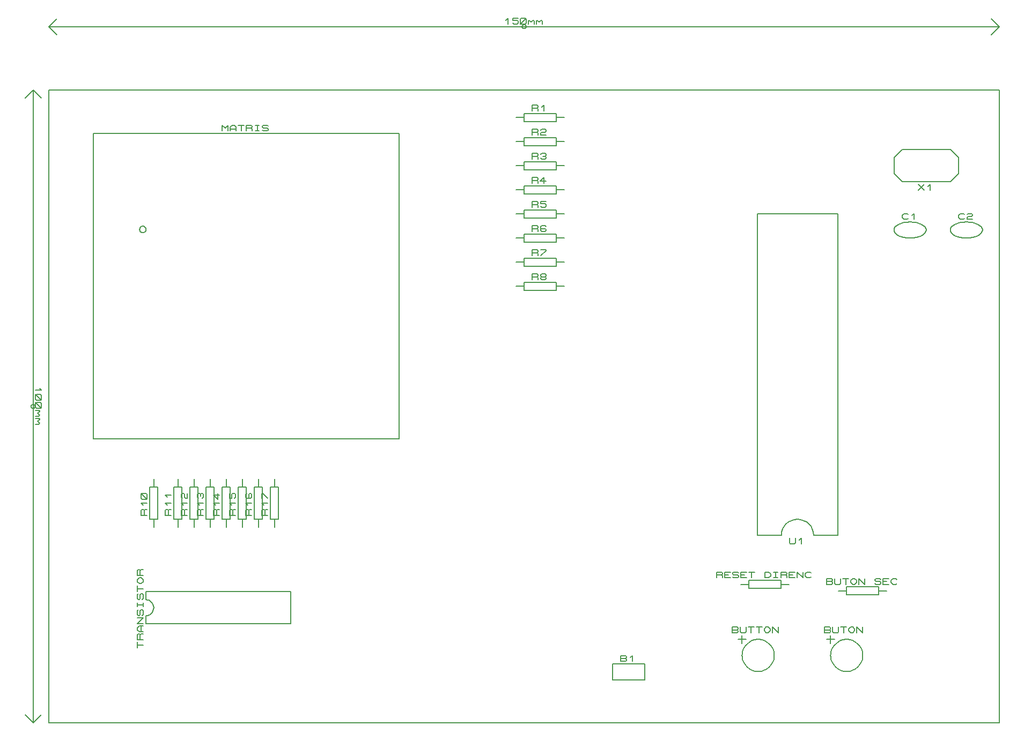
<source format=gbr>
G04 PROTEUS GERBER X2 FILE*
%TF.GenerationSoftware,Labcenter,Proteus,8.5-SP0-Build22067*%
%TF.CreationDate,2018-12-10T22:23:18+00:00*%
%TF.FileFunction,Legend,Top*%
%TF.FilePolarity,Positive*%
%TF.Part,Single*%
%FSLAX45Y45*%
%MOMM*%
G01*
%TA.AperFunction,NonMaterial*%
%ADD70C,0.203200*%
%TA.AperFunction,Profile*%
%ADD17C,0.203200*%
%TA.AperFunction,Material*%
%ADD71C,0.203200*%
D70*
X-8000000Y+4500000D02*
X-8000000Y-5500000D01*
X-8000000Y+4500000D02*
X-8127000Y+4373000D01*
X-8000000Y+4500000D02*
X-7873000Y+4373000D01*
X-8000000Y-5500000D02*
X-7873000Y-5373000D01*
X-8000000Y-5500000D02*
X-8127000Y-5373000D01*
X-7968250Y-500000D02*
X-7968359Y-497366D01*
X-7969249Y-492097D01*
X-7971111Y-486828D01*
X-7974154Y-481559D01*
X-7978809Y-476357D01*
X-7984078Y-472531D01*
X-7989347Y-470091D01*
X-7994616Y-468710D01*
X-7999885Y-468250D01*
X-8000000Y-468250D01*
X-8031750Y-500000D02*
X-8031641Y-497366D01*
X-8030751Y-492097D01*
X-8028889Y-486828D01*
X-8025846Y-481559D01*
X-8021191Y-476357D01*
X-8015922Y-472531D01*
X-8010653Y-470091D01*
X-8005384Y-468710D01*
X-8000115Y-468250D01*
X-8000000Y-468250D01*
X-8031750Y-500000D02*
X-8031641Y-502634D01*
X-8030751Y-507903D01*
X-8028889Y-513172D01*
X-8025846Y-518441D01*
X-8021191Y-523643D01*
X-8015922Y-527469D01*
X-8010653Y-529909D01*
X-8005384Y-531290D01*
X-8000115Y-531750D01*
X-8000000Y-531750D01*
X-7968250Y-500000D02*
X-7968359Y-502634D01*
X-7969249Y-507903D01*
X-7971111Y-513172D01*
X-7974154Y-518441D01*
X-7978809Y-523643D01*
X-7984078Y-527469D01*
X-7989347Y-529909D01*
X-7994616Y-531290D01*
X-7999885Y-531750D01*
X-8000000Y-531750D01*
X-7898400Y-214250D02*
X-7867920Y-246000D01*
X-7959360Y-246000D01*
X-7944120Y-309500D02*
X-7883160Y-309500D01*
X-7867920Y-325375D01*
X-7867920Y-388875D01*
X-7883160Y-404750D01*
X-7944120Y-404750D01*
X-7959360Y-388875D01*
X-7959360Y-325375D01*
X-7944120Y-309500D01*
X-7959360Y-309500D02*
X-7867920Y-404750D01*
X-7944120Y-436500D02*
X-7883160Y-436500D01*
X-7867920Y-452375D01*
X-7867920Y-515875D01*
X-7883160Y-531750D01*
X-7944120Y-531750D01*
X-7959360Y-515875D01*
X-7959360Y-452375D01*
X-7944120Y-436500D01*
X-7959360Y-436500D02*
X-7867920Y-531750D01*
X-7959360Y-563500D02*
X-7898400Y-563500D01*
X-7913640Y-563500D02*
X-7898400Y-579375D01*
X-7928880Y-611125D01*
X-7898400Y-642875D01*
X-7913640Y-658750D01*
X-7959360Y-658750D01*
X-7959360Y-690500D02*
X-7898400Y-690500D01*
X-7913640Y-690500D02*
X-7898400Y-706375D01*
X-7928880Y-738125D01*
X-7898400Y-769875D01*
X-7913640Y-785750D01*
X-7959360Y-785750D01*
X-7750000Y+5500000D02*
X+7250000Y+5500000D01*
X-7750000Y+5500000D02*
X-7623000Y+5373000D01*
X-7750000Y+5500000D02*
X-7623000Y+5627000D01*
X+7250000Y+5500000D02*
X+7123000Y+5627000D01*
X+7250000Y+5500000D02*
X+7123000Y+5373000D01*
X-218250Y+5500000D02*
X-218359Y+5502634D01*
X-219249Y+5507903D01*
X-221111Y+5513172D01*
X-224154Y+5518441D01*
X-228809Y+5523643D01*
X-234078Y+5527469D01*
X-239347Y+5529909D01*
X-244616Y+5531290D01*
X-249885Y+5531750D01*
X-250000Y+5531750D01*
X-281750Y+5500000D02*
X-281641Y+5502634D01*
X-280751Y+5507903D01*
X-278889Y+5513172D01*
X-275846Y+5518441D01*
X-271191Y+5523643D01*
X-265922Y+5527469D01*
X-260653Y+5529909D01*
X-255384Y+5531290D01*
X-250115Y+5531750D01*
X-250000Y+5531750D01*
X-281750Y+5500000D02*
X-281641Y+5497366D01*
X-280751Y+5492097D01*
X-278889Y+5486828D01*
X-275846Y+5481559D01*
X-271191Y+5476357D01*
X-265922Y+5472531D01*
X-260653Y+5470091D01*
X-255384Y+5468710D01*
X-250115Y+5468250D01*
X-250000Y+5468250D01*
X-218250Y+5500000D02*
X-218359Y+5497366D01*
X-219249Y+5492097D01*
X-221111Y+5486828D01*
X-224154Y+5481559D01*
X-228809Y+5476357D01*
X-234078Y+5472531D01*
X-239347Y+5470091D01*
X-244616Y+5468710D01*
X-249885Y+5468250D01*
X-250000Y+5468250D01*
X-535750Y+5601600D02*
X-504000Y+5632080D01*
X-504000Y+5540640D01*
X-345250Y+5632080D02*
X-424625Y+5632080D01*
X-424625Y+5601600D01*
X-361125Y+5601600D01*
X-345250Y+5586360D01*
X-345250Y+5555880D01*
X-361125Y+5540640D01*
X-408750Y+5540640D01*
X-424625Y+5555880D01*
X-313500Y+5555880D02*
X-313500Y+5616840D01*
X-297625Y+5632080D01*
X-234125Y+5632080D01*
X-218250Y+5616840D01*
X-218250Y+5555880D01*
X-234125Y+5540640D01*
X-297625Y+5540640D01*
X-313500Y+5555880D01*
X-313500Y+5540640D02*
X-218250Y+5632080D01*
X-186500Y+5540640D02*
X-186500Y+5601600D01*
X-186500Y+5586360D02*
X-170625Y+5601600D01*
X-138875Y+5571120D01*
X-107125Y+5601600D01*
X-91250Y+5586360D01*
X-91250Y+5540640D01*
X-59500Y+5540640D02*
X-59500Y+5601600D01*
X-59500Y+5586360D02*
X-43625Y+5601600D01*
X-11875Y+5571120D01*
X+19875Y+5601600D01*
X+35750Y+5586360D01*
X+35750Y+5540640D01*
D17*
X-7750000Y-5500000D02*
X+7250000Y-5500000D01*
X+7250000Y+4500000D01*
X-7750000Y+4500000D01*
X-7750000Y-5500000D01*
D71*
X-7048500Y-1016000D02*
X-2222500Y-1016000D01*
X-2222500Y+3810000D01*
X-7048500Y+3810000D01*
X-7048500Y-1016000D01*
X-6216010Y+2296000D02*
X-6216185Y+2300220D01*
X-6217607Y+2308661D01*
X-6220581Y+2317102D01*
X-6225441Y+2325543D01*
X-6232873Y+2333886D01*
X-6241314Y+2340048D01*
X-6249755Y+2343985D01*
X-6258196Y+2346224D01*
X-6266637Y+2346989D01*
X-6267000Y+2346990D01*
X-6317990Y+2296000D02*
X-6317815Y+2300220D01*
X-6316393Y+2308661D01*
X-6313419Y+2317102D01*
X-6308559Y+2325543D01*
X-6301127Y+2333886D01*
X-6292686Y+2340048D01*
X-6284245Y+2343985D01*
X-6275804Y+2346224D01*
X-6267363Y+2346989D01*
X-6267000Y+2346990D01*
X-6317990Y+2296000D02*
X-6317815Y+2291780D01*
X-6316393Y+2283339D01*
X-6313419Y+2274898D01*
X-6308559Y+2266457D01*
X-6301127Y+2258114D01*
X-6292686Y+2251952D01*
X-6284245Y+2248015D01*
X-6275804Y+2245776D01*
X-6267363Y+2245011D01*
X-6267000Y+2245010D01*
X-6216010Y+2296000D02*
X-6216185Y+2291780D01*
X-6217607Y+2283339D01*
X-6220581Y+2274898D01*
X-6225441Y+2266457D01*
X-6232873Y+2258114D01*
X-6241314Y+2251952D01*
X-6249755Y+2248015D01*
X-6258196Y+2245776D01*
X-6266637Y+2245011D01*
X-6267000Y+2245010D01*
X-5016500Y+3850640D02*
X-5016500Y+3942080D01*
X-4968875Y+3896360D01*
X-4921250Y+3942080D01*
X-4921250Y+3850640D01*
X-4889500Y+3850640D02*
X-4889500Y+3911600D01*
X-4857750Y+3942080D01*
X-4826000Y+3942080D01*
X-4794250Y+3911600D01*
X-4794250Y+3850640D01*
X-4889500Y+3881120D02*
X-4794250Y+3881120D01*
X-4762500Y+3942080D02*
X-4667250Y+3942080D01*
X-4714875Y+3942080D02*
X-4714875Y+3850640D01*
X-4635500Y+3850640D02*
X-4635500Y+3942080D01*
X-4556125Y+3942080D01*
X-4540250Y+3926840D01*
X-4540250Y+3911600D01*
X-4556125Y+3896360D01*
X-4635500Y+3896360D01*
X-4556125Y+3896360D02*
X-4540250Y+3881120D01*
X-4540250Y+3850640D01*
X-4492625Y+3942080D02*
X-4429125Y+3942080D01*
X-4460875Y+3942080D02*
X-4460875Y+3850640D01*
X-4492625Y+3850640D02*
X-4429125Y+3850640D01*
X-4381500Y+3865880D02*
X-4365625Y+3850640D01*
X-4302125Y+3850640D01*
X-4286250Y+3865880D01*
X-4286250Y+3881120D01*
X-4302125Y+3896360D01*
X-4365625Y+3896360D01*
X-4381500Y+3911600D01*
X-4381500Y+3926840D01*
X-4365625Y+3942080D01*
X-4302125Y+3942080D01*
X-4286250Y+3926840D01*
X+4064000Y-2286000D02*
X+4012248Y-2291080D01*
X+3964305Y-2305685D01*
X+3921125Y-2328862D01*
X+3883660Y-2359660D01*
X+3852862Y-2397125D01*
X+3829685Y-2440305D01*
X+3815080Y-2488248D01*
X+3810000Y-2540000D01*
X+4064000Y-2286000D02*
X+4116482Y-2291080D01*
X+4164766Y-2305685D01*
X+4207991Y-2328862D01*
X+4245292Y-2359660D01*
X+4275807Y-2397125D01*
X+4298672Y-2440305D01*
X+4313024Y-2488248D01*
X+4318000Y-2540000D01*
X+3810000Y-2540000D02*
X+3429000Y-2540000D01*
X+3429000Y+2540000D02*
X+4699000Y+2540000D01*
X+4699000Y-2540000D02*
X+4318000Y-2540000D01*
X+3429000Y-2540000D02*
X+3429000Y+2540000D01*
X+4699000Y-2540000D02*
X+4699000Y+2540000D01*
X+3937000Y-2580640D02*
X+3937000Y-2656840D01*
X+3952875Y-2672080D01*
X+4016375Y-2672080D01*
X+4032250Y-2656840D01*
X+4032250Y-2580640D01*
X+4095750Y-2611120D02*
X+4127500Y-2580640D01*
X+4127500Y-2672080D01*
X+6477000Y+3048000D02*
X+5715000Y+3048000D01*
X+5588000Y+3175000D01*
X+5588000Y+3429000D01*
X+5715000Y+3556000D01*
X+6477000Y+3556000D01*
X+6604000Y+3429000D01*
X+6604000Y+3175000D01*
X+6477000Y+3048000D01*
X+5969000Y+3007360D02*
X+6064250Y+2915920D01*
X+5969000Y+2915920D02*
X+6064250Y+3007360D01*
X+6127750Y+2976880D02*
X+6159500Y+3007360D01*
X+6159500Y+2915920D01*
X+5588000Y+2286000D02*
X+5593080Y+2311876D01*
X+5607685Y+2335848D01*
X+5630862Y+2357438D01*
X+5661660Y+2376170D01*
X+5699125Y+2391569D01*
X+5742305Y+2403158D01*
X+5790248Y+2410460D01*
X+5842000Y+2413000D01*
X+6096000Y+2286000D02*
X+6090920Y+2311876D01*
X+6076315Y+2335848D01*
X+6053138Y+2357438D01*
X+6022340Y+2376170D01*
X+5984875Y+2391569D01*
X+5941695Y+2403158D01*
X+5893752Y+2410460D01*
X+5842000Y+2413000D01*
X+5588000Y+2286000D02*
X+5593080Y+2260124D01*
X+5607685Y+2236152D01*
X+5630862Y+2214562D01*
X+5661660Y+2195830D01*
X+5699125Y+2180431D01*
X+5742305Y+2168842D01*
X+5790248Y+2161540D01*
X+5842000Y+2159000D01*
X+6096000Y+2286000D02*
X+6090920Y+2260124D01*
X+6076315Y+2236152D01*
X+6053138Y+2214562D01*
X+6022340Y+2195830D01*
X+5984875Y+2180431D01*
X+5941695Y+2168842D01*
X+5893752Y+2161540D01*
X+5842000Y+2159000D01*
X+5810250Y+2468880D02*
X+5794375Y+2453640D01*
X+5746750Y+2453640D01*
X+5715000Y+2484120D01*
X+5715000Y+2514600D01*
X+5746750Y+2545080D01*
X+5794375Y+2545080D01*
X+5810250Y+2529840D01*
X+5873750Y+2514600D02*
X+5905500Y+2545080D01*
X+5905500Y+2453640D01*
X+6477000Y+2286000D02*
X+6482080Y+2311876D01*
X+6496685Y+2335848D01*
X+6519862Y+2357438D01*
X+6550660Y+2376170D01*
X+6588125Y+2391569D01*
X+6631305Y+2403158D01*
X+6679248Y+2410460D01*
X+6731000Y+2413000D01*
X+6985000Y+2286000D02*
X+6979920Y+2311876D01*
X+6965315Y+2335848D01*
X+6942138Y+2357438D01*
X+6911340Y+2376170D01*
X+6873875Y+2391569D01*
X+6830695Y+2403158D01*
X+6782752Y+2410460D01*
X+6731000Y+2413000D01*
X+6477000Y+2286000D02*
X+6482080Y+2260124D01*
X+6496685Y+2236152D01*
X+6519862Y+2214562D01*
X+6550660Y+2195830D01*
X+6588125Y+2180431D01*
X+6631305Y+2168842D01*
X+6679248Y+2161540D01*
X+6731000Y+2159000D01*
X+6985000Y+2286000D02*
X+6979920Y+2260124D01*
X+6965315Y+2236152D01*
X+6942138Y+2214562D01*
X+6911340Y+2195830D01*
X+6873875Y+2180431D01*
X+6830695Y+2168842D01*
X+6782752Y+2161540D01*
X+6731000Y+2159000D01*
X+6699250Y+2468880D02*
X+6683375Y+2453640D01*
X+6635750Y+2453640D01*
X+6604000Y+2484120D01*
X+6604000Y+2514600D01*
X+6635750Y+2545080D01*
X+6683375Y+2545080D01*
X+6699250Y+2529840D01*
X+6746875Y+2529840D02*
X+6762750Y+2545080D01*
X+6810375Y+2545080D01*
X+6826250Y+2529840D01*
X+6826250Y+2514600D01*
X+6810375Y+2499360D01*
X+6762750Y+2499360D01*
X+6746875Y+2484120D01*
X+6746875Y+2453640D01*
X+6826250Y+2453640D01*
X-381000Y+4064000D02*
X-254000Y+4064000D01*
X-254000Y+4000500D02*
X+254000Y+4000500D01*
X+254000Y+4127500D01*
X-254000Y+4127500D01*
X-254000Y+4000500D01*
X+254000Y+4064000D02*
X+381000Y+4064000D01*
X-127000Y+4168140D02*
X-127000Y+4259580D01*
X-47625Y+4259580D01*
X-31750Y+4244340D01*
X-31750Y+4229100D01*
X-47625Y+4213860D01*
X-127000Y+4213860D01*
X-47625Y+4213860D02*
X-31750Y+4198620D01*
X-31750Y+4168140D01*
X+31750Y+4229100D02*
X+63500Y+4259580D01*
X+63500Y+4168140D01*
X-381000Y+3683000D02*
X-254000Y+3683000D01*
X-254000Y+3619500D02*
X+254000Y+3619500D01*
X+254000Y+3746500D01*
X-254000Y+3746500D01*
X-254000Y+3619500D01*
X+254000Y+3683000D02*
X+381000Y+3683000D01*
X-127000Y+3787140D02*
X-127000Y+3878580D01*
X-47625Y+3878580D01*
X-31750Y+3863340D01*
X-31750Y+3848100D01*
X-47625Y+3832860D01*
X-127000Y+3832860D01*
X-47625Y+3832860D02*
X-31750Y+3817620D01*
X-31750Y+3787140D01*
X+15875Y+3863340D02*
X+31750Y+3878580D01*
X+79375Y+3878580D01*
X+95250Y+3863340D01*
X+95250Y+3848100D01*
X+79375Y+3832860D01*
X+31750Y+3832860D01*
X+15875Y+3817620D01*
X+15875Y+3787140D01*
X+95250Y+3787140D01*
X-381000Y+3302000D02*
X-254000Y+3302000D01*
X-254000Y+3238500D02*
X+254000Y+3238500D01*
X+254000Y+3365500D01*
X-254000Y+3365500D01*
X-254000Y+3238500D01*
X+254000Y+3302000D02*
X+381000Y+3302000D01*
X-127000Y+3406140D02*
X-127000Y+3497580D01*
X-47625Y+3497580D01*
X-31750Y+3482340D01*
X-31750Y+3467100D01*
X-47625Y+3451860D01*
X-127000Y+3451860D01*
X-47625Y+3451860D02*
X-31750Y+3436620D01*
X-31750Y+3406140D01*
X+15875Y+3482340D02*
X+31750Y+3497580D01*
X+79375Y+3497580D01*
X+95250Y+3482340D01*
X+95250Y+3467100D01*
X+79375Y+3451860D01*
X+95250Y+3436620D01*
X+95250Y+3421380D01*
X+79375Y+3406140D01*
X+31750Y+3406140D01*
X+15875Y+3421380D01*
X+47625Y+3451860D02*
X+79375Y+3451860D01*
X-381000Y+2921000D02*
X-254000Y+2921000D01*
X-254000Y+2857500D02*
X+254000Y+2857500D01*
X+254000Y+2984500D01*
X-254000Y+2984500D01*
X-254000Y+2857500D01*
X+254000Y+2921000D02*
X+381000Y+2921000D01*
X-127000Y+3025140D02*
X-127000Y+3116580D01*
X-47625Y+3116580D01*
X-31750Y+3101340D01*
X-31750Y+3086100D01*
X-47625Y+3070860D01*
X-127000Y+3070860D01*
X-47625Y+3070860D02*
X-31750Y+3055620D01*
X-31750Y+3025140D01*
X+95250Y+3055620D02*
X+0Y+3055620D01*
X+63500Y+3116580D01*
X+63500Y+3025140D01*
X-381000Y+2540000D02*
X-254000Y+2540000D01*
X-254000Y+2476500D02*
X+254000Y+2476500D01*
X+254000Y+2603500D01*
X-254000Y+2603500D01*
X-254000Y+2476500D01*
X+254000Y+2540000D02*
X+381000Y+2540000D01*
X-127000Y+2644140D02*
X-127000Y+2735580D01*
X-47625Y+2735580D01*
X-31750Y+2720340D01*
X-31750Y+2705100D01*
X-47625Y+2689860D01*
X-127000Y+2689860D01*
X-47625Y+2689860D02*
X-31750Y+2674620D01*
X-31750Y+2644140D01*
X+95250Y+2735580D02*
X+15875Y+2735580D01*
X+15875Y+2705100D01*
X+79375Y+2705100D01*
X+95250Y+2689860D01*
X+95250Y+2659380D01*
X+79375Y+2644140D01*
X+31750Y+2644140D01*
X+15875Y+2659380D01*
X-381000Y+2159000D02*
X-254000Y+2159000D01*
X-254000Y+2095500D02*
X+254000Y+2095500D01*
X+254000Y+2222500D01*
X-254000Y+2222500D01*
X-254000Y+2095500D01*
X+254000Y+2159000D02*
X+381000Y+2159000D01*
X-127000Y+2263140D02*
X-127000Y+2354580D01*
X-47625Y+2354580D01*
X-31750Y+2339340D01*
X-31750Y+2324100D01*
X-47625Y+2308860D01*
X-127000Y+2308860D01*
X-47625Y+2308860D02*
X-31750Y+2293620D01*
X-31750Y+2263140D01*
X+95250Y+2339340D02*
X+79375Y+2354580D01*
X+31750Y+2354580D01*
X+15875Y+2339340D01*
X+15875Y+2278380D01*
X+31750Y+2263140D01*
X+79375Y+2263140D01*
X+95250Y+2278380D01*
X+95250Y+2293620D01*
X+79375Y+2308860D01*
X+15875Y+2308860D01*
X-381000Y+1778000D02*
X-254000Y+1778000D01*
X-254000Y+1714500D02*
X+254000Y+1714500D01*
X+254000Y+1841500D01*
X-254000Y+1841500D01*
X-254000Y+1714500D01*
X+254000Y+1778000D02*
X+381000Y+1778000D01*
X-127000Y+1882140D02*
X-127000Y+1973580D01*
X-47625Y+1973580D01*
X-31750Y+1958340D01*
X-31750Y+1943100D01*
X-47625Y+1927860D01*
X-127000Y+1927860D01*
X-47625Y+1927860D02*
X-31750Y+1912620D01*
X-31750Y+1882140D01*
X+15875Y+1973580D02*
X+95250Y+1973580D01*
X+95250Y+1958340D01*
X+15875Y+1882140D01*
X-381000Y+1397000D02*
X-254000Y+1397000D01*
X-254000Y+1333500D02*
X+254000Y+1333500D01*
X+254000Y+1460500D01*
X-254000Y+1460500D01*
X-254000Y+1333500D01*
X+254000Y+1397000D02*
X+381000Y+1397000D01*
X-127000Y+1501140D02*
X-127000Y+1592580D01*
X-47625Y+1592580D01*
X-31750Y+1577340D01*
X-31750Y+1562100D01*
X-47625Y+1546860D01*
X-127000Y+1546860D01*
X-47625Y+1546860D02*
X-31750Y+1531620D01*
X-31750Y+1501140D01*
X+31750Y+1546860D02*
X+15875Y+1562100D01*
X+15875Y+1577340D01*
X+31750Y+1592580D01*
X+79375Y+1592580D01*
X+95250Y+1577340D01*
X+95250Y+1562100D01*
X+79375Y+1546860D01*
X+31750Y+1546860D01*
X+15875Y+1531620D01*
X+15875Y+1516380D01*
X+31750Y+1501140D01*
X+79375Y+1501140D01*
X+95250Y+1516380D01*
X+95250Y+1531620D01*
X+79375Y+1546860D01*
X-6223000Y-3937000D02*
X-6223000Y-3810000D01*
X-6096000Y-3683000D02*
X-6098436Y-3657124D01*
X-6105485Y-3633152D01*
X-6116762Y-3611562D01*
X-6131878Y-3592830D01*
X-6150446Y-3577431D01*
X-6172081Y-3565842D01*
X-6196394Y-3558540D01*
X-6223000Y-3556000D01*
X-6096000Y-3683000D02*
X-6098436Y-3709606D01*
X-6105485Y-3733919D01*
X-6116762Y-3755554D01*
X-6131878Y-3774122D01*
X-6150446Y-3789238D01*
X-6172081Y-3800515D01*
X-6196394Y-3807564D01*
X-6223000Y-3810000D01*
X-6223000Y-3556000D02*
X-6223000Y-3429000D01*
X-3937000Y-3937000D02*
X-3937000Y-3429000D01*
X-6223000Y-3937000D02*
X-3937000Y-3937000D01*
X-3937000Y-3429000D02*
X-6223000Y-3429000D01*
X-6355080Y-4318000D02*
X-6355080Y-4222750D01*
X-6355080Y-4270375D02*
X-6263640Y-4270375D01*
X-6263640Y-4191000D02*
X-6355080Y-4191000D01*
X-6355080Y-4111625D01*
X-6339840Y-4095750D01*
X-6324600Y-4095750D01*
X-6309360Y-4111625D01*
X-6309360Y-4191000D01*
X-6309360Y-4111625D02*
X-6294120Y-4095750D01*
X-6263640Y-4095750D01*
X-6263640Y-4064000D02*
X-6324600Y-4064000D01*
X-6355080Y-4032250D01*
X-6355080Y-4000500D01*
X-6324600Y-3968750D01*
X-6263640Y-3968750D01*
X-6294120Y-4064000D02*
X-6294120Y-3968750D01*
X-6263640Y-3937000D02*
X-6355080Y-3937000D01*
X-6263640Y-3841750D01*
X-6355080Y-3841750D01*
X-6278880Y-3810000D02*
X-6263640Y-3794125D01*
X-6263640Y-3730625D01*
X-6278880Y-3714750D01*
X-6294120Y-3714750D01*
X-6309360Y-3730625D01*
X-6309360Y-3794125D01*
X-6324600Y-3810000D01*
X-6339840Y-3810000D01*
X-6355080Y-3794125D01*
X-6355080Y-3730625D01*
X-6339840Y-3714750D01*
X-6355080Y-3667125D02*
X-6355080Y-3603625D01*
X-6355080Y-3635375D02*
X-6263640Y-3635375D01*
X-6263640Y-3667125D02*
X-6263640Y-3603625D01*
X-6278880Y-3556000D02*
X-6263640Y-3540125D01*
X-6263640Y-3476625D01*
X-6278880Y-3460750D01*
X-6294120Y-3460750D01*
X-6309360Y-3476625D01*
X-6309360Y-3540125D01*
X-6324600Y-3556000D01*
X-6339840Y-3556000D01*
X-6355080Y-3540125D01*
X-6355080Y-3476625D01*
X-6339840Y-3460750D01*
X-6355080Y-3429000D02*
X-6355080Y-3333750D01*
X-6355080Y-3381375D02*
X-6263640Y-3381375D01*
X-6324600Y-3302000D02*
X-6355080Y-3270250D01*
X-6355080Y-3238500D01*
X-6324600Y-3206750D01*
X-6294120Y-3206750D01*
X-6263640Y-3238500D01*
X-6263640Y-3270250D01*
X-6294120Y-3302000D01*
X-6324600Y-3302000D01*
X-6263640Y-3175000D02*
X-6355080Y-3175000D01*
X-6355080Y-3095625D01*
X-6339840Y-3079750D01*
X-6324600Y-3079750D01*
X-6309360Y-3095625D01*
X-6309360Y-3175000D01*
X-6309360Y-3095625D02*
X-6294120Y-3079750D01*
X-6263640Y-3079750D01*
X-6096000Y-2413000D02*
X-6096000Y-2286000D01*
X-6159500Y-2286000D02*
X-6032500Y-2286000D01*
X-6032500Y-1778000D01*
X-6159500Y-1778000D01*
X-6159500Y-2286000D01*
X-6096000Y-1778000D02*
X-6096000Y-1651000D01*
X-6200140Y-2222500D02*
X-6291580Y-2222500D01*
X-6291580Y-2143125D01*
X-6276340Y-2127250D01*
X-6261100Y-2127250D01*
X-6245860Y-2143125D01*
X-6245860Y-2222500D01*
X-6245860Y-2143125D02*
X-6230620Y-2127250D01*
X-6200140Y-2127250D01*
X-6261100Y-2063750D02*
X-6291580Y-2032000D01*
X-6200140Y-2032000D01*
X-6215380Y-1968500D02*
X-6276340Y-1968500D01*
X-6291580Y-1952625D01*
X-6291580Y-1889125D01*
X-6276340Y-1873250D01*
X-6215380Y-1873250D01*
X-6200140Y-1889125D01*
X-6200140Y-1952625D01*
X-6215380Y-1968500D01*
X-6200140Y-1968500D02*
X-6291580Y-1873250D01*
X-5715000Y-2413000D02*
X-5715000Y-2286000D01*
X-5778500Y-2286000D02*
X-5651500Y-2286000D01*
X-5651500Y-1778000D01*
X-5778500Y-1778000D01*
X-5778500Y-2286000D01*
X-5715000Y-1778000D02*
X-5715000Y-1651000D01*
X-5819140Y-2222500D02*
X-5910580Y-2222500D01*
X-5910580Y-2143125D01*
X-5895340Y-2127250D01*
X-5880100Y-2127250D01*
X-5864860Y-2143125D01*
X-5864860Y-2222500D01*
X-5864860Y-2143125D02*
X-5849620Y-2127250D01*
X-5819140Y-2127250D01*
X-5880100Y-2063750D02*
X-5910580Y-2032000D01*
X-5819140Y-2032000D01*
X-5880100Y-1936750D02*
X-5910580Y-1905000D01*
X-5819140Y-1905000D01*
X-5461000Y-2413000D02*
X-5461000Y-2286000D01*
X-5524500Y-2286000D02*
X-5397500Y-2286000D01*
X-5397500Y-1778000D01*
X-5524500Y-1778000D01*
X-5524500Y-2286000D01*
X-5461000Y-1778000D02*
X-5461000Y-1651000D01*
X-5565140Y-2222500D02*
X-5656580Y-2222500D01*
X-5656580Y-2143125D01*
X-5641340Y-2127250D01*
X-5626100Y-2127250D01*
X-5610860Y-2143125D01*
X-5610860Y-2222500D01*
X-5610860Y-2143125D02*
X-5595620Y-2127250D01*
X-5565140Y-2127250D01*
X-5626100Y-2063750D02*
X-5656580Y-2032000D01*
X-5565140Y-2032000D01*
X-5641340Y-1952625D02*
X-5656580Y-1936750D01*
X-5656580Y-1889125D01*
X-5641340Y-1873250D01*
X-5626100Y-1873250D01*
X-5610860Y-1889125D01*
X-5610860Y-1936750D01*
X-5595620Y-1952625D01*
X-5565140Y-1952625D01*
X-5565140Y-1873250D01*
X-5207000Y-2413000D02*
X-5207000Y-2286000D01*
X-5270500Y-2286000D02*
X-5143500Y-2286000D01*
X-5143500Y-1778000D01*
X-5270500Y-1778000D01*
X-5270500Y-2286000D01*
X-5207000Y-1778000D02*
X-5207000Y-1651000D01*
X-5311140Y-2222500D02*
X-5402580Y-2222500D01*
X-5402580Y-2143125D01*
X-5387340Y-2127250D01*
X-5372100Y-2127250D01*
X-5356860Y-2143125D01*
X-5356860Y-2222500D01*
X-5356860Y-2143125D02*
X-5341620Y-2127250D01*
X-5311140Y-2127250D01*
X-5372100Y-2063750D02*
X-5402580Y-2032000D01*
X-5311140Y-2032000D01*
X-5387340Y-1952625D02*
X-5402580Y-1936750D01*
X-5402580Y-1889125D01*
X-5387340Y-1873250D01*
X-5372100Y-1873250D01*
X-5356860Y-1889125D01*
X-5341620Y-1873250D01*
X-5326380Y-1873250D01*
X-5311140Y-1889125D01*
X-5311140Y-1936750D01*
X-5326380Y-1952625D01*
X-5356860Y-1920875D02*
X-5356860Y-1889125D01*
X-4953000Y-2413000D02*
X-4953000Y-2286000D01*
X-5016500Y-2286000D02*
X-4889500Y-2286000D01*
X-4889500Y-1778000D01*
X-5016500Y-1778000D01*
X-5016500Y-2286000D01*
X-4953000Y-1778000D02*
X-4953000Y-1651000D01*
X-5057140Y-2222500D02*
X-5148580Y-2222500D01*
X-5148580Y-2143125D01*
X-5133340Y-2127250D01*
X-5118100Y-2127250D01*
X-5102860Y-2143125D01*
X-5102860Y-2222500D01*
X-5102860Y-2143125D02*
X-5087620Y-2127250D01*
X-5057140Y-2127250D01*
X-5118100Y-2063750D02*
X-5148580Y-2032000D01*
X-5057140Y-2032000D01*
X-5087620Y-1873250D02*
X-5087620Y-1968500D01*
X-5148580Y-1905000D01*
X-5057140Y-1905000D01*
X-4699000Y-2413000D02*
X-4699000Y-2286000D01*
X-4762500Y-2286000D02*
X-4635500Y-2286000D01*
X-4635500Y-1778000D01*
X-4762500Y-1778000D01*
X-4762500Y-2286000D01*
X-4699000Y-1778000D02*
X-4699000Y-1651000D01*
X-4803140Y-2222500D02*
X-4894580Y-2222500D01*
X-4894580Y-2143125D01*
X-4879340Y-2127250D01*
X-4864100Y-2127250D01*
X-4848860Y-2143125D01*
X-4848860Y-2222500D01*
X-4848860Y-2143125D02*
X-4833620Y-2127250D01*
X-4803140Y-2127250D01*
X-4864100Y-2063750D02*
X-4894580Y-2032000D01*
X-4803140Y-2032000D01*
X-4894580Y-1873250D02*
X-4894580Y-1952625D01*
X-4864100Y-1952625D01*
X-4864100Y-1889125D01*
X-4848860Y-1873250D01*
X-4818380Y-1873250D01*
X-4803140Y-1889125D01*
X-4803140Y-1936750D01*
X-4818380Y-1952625D01*
X-4445000Y-2413000D02*
X-4445000Y-2286000D01*
X-4508500Y-2286000D02*
X-4381500Y-2286000D01*
X-4381500Y-1778000D01*
X-4508500Y-1778000D01*
X-4508500Y-2286000D01*
X-4445000Y-1778000D02*
X-4445000Y-1651000D01*
X-4549140Y-2222500D02*
X-4640580Y-2222500D01*
X-4640580Y-2143125D01*
X-4625340Y-2127250D01*
X-4610100Y-2127250D01*
X-4594860Y-2143125D01*
X-4594860Y-2222500D01*
X-4594860Y-2143125D02*
X-4579620Y-2127250D01*
X-4549140Y-2127250D01*
X-4610100Y-2063750D02*
X-4640580Y-2032000D01*
X-4549140Y-2032000D01*
X-4625340Y-1873250D02*
X-4640580Y-1889125D01*
X-4640580Y-1936750D01*
X-4625340Y-1952625D01*
X-4564380Y-1952625D01*
X-4549140Y-1936750D01*
X-4549140Y-1889125D01*
X-4564380Y-1873250D01*
X-4579620Y-1873250D01*
X-4594860Y-1889125D01*
X-4594860Y-1952625D01*
X-4191000Y-2413000D02*
X-4191000Y-2286000D01*
X-4254500Y-2286000D02*
X-4127500Y-2286000D01*
X-4127500Y-1778000D01*
X-4254500Y-1778000D01*
X-4254500Y-2286000D01*
X-4191000Y-1778000D02*
X-4191000Y-1651000D01*
X-4295140Y-2222500D02*
X-4386580Y-2222500D01*
X-4386580Y-2143125D01*
X-4371340Y-2127250D01*
X-4356100Y-2127250D01*
X-4340860Y-2143125D01*
X-4340860Y-2222500D01*
X-4340860Y-2143125D02*
X-4325620Y-2127250D01*
X-4295140Y-2127250D01*
X-4356100Y-2063750D02*
X-4386580Y-2032000D01*
X-4295140Y-2032000D01*
X-4386580Y-1952625D02*
X-4386580Y-1873250D01*
X-4371340Y-1873250D01*
X-4295140Y-1952625D01*
X+1143000Y-4826000D02*
X+1651000Y-4826000D01*
X+1651000Y-4572000D01*
X+1143000Y-4572000D01*
X+1143000Y-4826000D01*
X+1270000Y-4531360D02*
X+1270000Y-4439920D01*
X+1349375Y-4439920D01*
X+1365250Y-4455160D01*
X+1365250Y-4470400D01*
X+1349375Y-4485640D01*
X+1365250Y-4500880D01*
X+1365250Y-4516120D01*
X+1349375Y-4531360D01*
X+1270000Y-4531360D01*
X+1270000Y-4485640D02*
X+1349375Y-4485640D01*
X+1428750Y-4470400D02*
X+1460500Y-4439920D01*
X+1460500Y-4531360D01*
X+5096000Y-4437000D02*
X+5095173Y-4416517D01*
X+5088455Y-4375550D01*
X+5074437Y-4334583D01*
X+5051659Y-4293616D01*
X+5016859Y-4252771D01*
X+4975892Y-4221155D01*
X+4934925Y-4200608D01*
X+4893958Y-4188371D01*
X+4852991Y-4183238D01*
X+4842000Y-4183000D01*
X+4588000Y-4437000D02*
X+4588827Y-4416517D01*
X+4595545Y-4375550D01*
X+4609563Y-4334583D01*
X+4632341Y-4293616D01*
X+4667141Y-4252771D01*
X+4708108Y-4221155D01*
X+4749075Y-4200608D01*
X+4790042Y-4188371D01*
X+4831009Y-4183238D01*
X+4842000Y-4183000D01*
X+4588000Y-4437000D02*
X+4588827Y-4457483D01*
X+4595545Y-4498450D01*
X+4609563Y-4539417D01*
X+4632341Y-4580384D01*
X+4667141Y-4621229D01*
X+4708108Y-4652845D01*
X+4749075Y-4673392D01*
X+4790042Y-4685629D01*
X+4831009Y-4690762D01*
X+4842000Y-4691000D01*
X+5096000Y-4437000D02*
X+5095173Y-4457483D01*
X+5088455Y-4498450D01*
X+5074437Y-4539417D01*
X+5051659Y-4580384D01*
X+5016859Y-4621229D01*
X+4975892Y-4652845D01*
X+4934925Y-4673392D01*
X+4893958Y-4685629D01*
X+4852991Y-4690762D01*
X+4842000Y-4691000D01*
X+4524500Y-4183000D02*
X+4651500Y-4183000D01*
X+4588000Y-4119500D02*
X+4588000Y-4246500D01*
X+4492750Y-4078860D02*
X+4492750Y-3987420D01*
X+4572125Y-3987420D01*
X+4588000Y-4002660D01*
X+4588000Y-4017900D01*
X+4572125Y-4033140D01*
X+4588000Y-4048380D01*
X+4588000Y-4063620D01*
X+4572125Y-4078860D01*
X+4492750Y-4078860D01*
X+4492750Y-4033140D02*
X+4572125Y-4033140D01*
X+4619750Y-3987420D02*
X+4619750Y-4063620D01*
X+4635625Y-4078860D01*
X+4699125Y-4078860D01*
X+4715000Y-4063620D01*
X+4715000Y-3987420D01*
X+4746750Y-3987420D02*
X+4842000Y-3987420D01*
X+4794375Y-3987420D02*
X+4794375Y-4078860D01*
X+4873750Y-4017900D02*
X+4905500Y-3987420D01*
X+4937250Y-3987420D01*
X+4969000Y-4017900D01*
X+4969000Y-4048380D01*
X+4937250Y-4078860D01*
X+4905500Y-4078860D01*
X+4873750Y-4048380D01*
X+4873750Y-4017900D01*
X+5000750Y-4078860D02*
X+5000750Y-3987420D01*
X+5096000Y-4078860D01*
X+5096000Y-3987420D01*
X+3167000Y-3314000D02*
X+3294000Y-3314000D01*
X+3294000Y-3377500D02*
X+3802000Y-3377500D01*
X+3802000Y-3250500D01*
X+3294000Y-3250500D01*
X+3294000Y-3377500D01*
X+3802000Y-3314000D02*
X+3929000Y-3314000D01*
X+2786000Y-3209860D02*
X+2786000Y-3118420D01*
X+2865375Y-3118420D01*
X+2881250Y-3133660D01*
X+2881250Y-3148900D01*
X+2865375Y-3164140D01*
X+2786000Y-3164140D01*
X+2865375Y-3164140D02*
X+2881250Y-3179380D01*
X+2881250Y-3209860D01*
X+3008250Y-3209860D02*
X+2913000Y-3209860D01*
X+2913000Y-3118420D01*
X+3008250Y-3118420D01*
X+2913000Y-3164140D02*
X+2976500Y-3164140D01*
X+3040000Y-3194620D02*
X+3055875Y-3209860D01*
X+3119375Y-3209860D01*
X+3135250Y-3194620D01*
X+3135250Y-3179380D01*
X+3119375Y-3164140D01*
X+3055875Y-3164140D01*
X+3040000Y-3148900D01*
X+3040000Y-3133660D01*
X+3055875Y-3118420D01*
X+3119375Y-3118420D01*
X+3135250Y-3133660D01*
X+3262250Y-3209860D02*
X+3167000Y-3209860D01*
X+3167000Y-3118420D01*
X+3262250Y-3118420D01*
X+3167000Y-3164140D02*
X+3230500Y-3164140D01*
X+3294000Y-3118420D02*
X+3389250Y-3118420D01*
X+3341625Y-3118420D02*
X+3341625Y-3209860D01*
X+3548000Y-3209860D02*
X+3548000Y-3118420D01*
X+3611500Y-3118420D01*
X+3643250Y-3148900D01*
X+3643250Y-3179380D01*
X+3611500Y-3209860D01*
X+3548000Y-3209860D01*
X+3690875Y-3118420D02*
X+3754375Y-3118420D01*
X+3722625Y-3118420D02*
X+3722625Y-3209860D01*
X+3690875Y-3209860D02*
X+3754375Y-3209860D01*
X+3802000Y-3209860D02*
X+3802000Y-3118420D01*
X+3881375Y-3118420D01*
X+3897250Y-3133660D01*
X+3897250Y-3148900D01*
X+3881375Y-3164140D01*
X+3802000Y-3164140D01*
X+3881375Y-3164140D02*
X+3897250Y-3179380D01*
X+3897250Y-3209860D01*
X+4024250Y-3209860D02*
X+3929000Y-3209860D01*
X+3929000Y-3118420D01*
X+4024250Y-3118420D01*
X+3929000Y-3164140D02*
X+3992500Y-3164140D01*
X+4056000Y-3209860D02*
X+4056000Y-3118420D01*
X+4151250Y-3209860D01*
X+4151250Y-3118420D01*
X+4278250Y-3194620D02*
X+4262375Y-3209860D01*
X+4214750Y-3209860D01*
X+4183000Y-3179380D01*
X+4183000Y-3148900D01*
X+4214750Y-3118420D01*
X+4262375Y-3118420D01*
X+4278250Y-3133660D01*
X+4715000Y-3417000D02*
X+4842000Y-3417000D01*
X+4842000Y-3480500D02*
X+5350000Y-3480500D01*
X+5350000Y-3353500D01*
X+4842000Y-3353500D01*
X+4842000Y-3480500D01*
X+5350000Y-3417000D02*
X+5477000Y-3417000D01*
X+4524500Y-3312860D02*
X+4524500Y-3221420D01*
X+4603875Y-3221420D01*
X+4619750Y-3236660D01*
X+4619750Y-3251900D01*
X+4603875Y-3267140D01*
X+4619750Y-3282380D01*
X+4619750Y-3297620D01*
X+4603875Y-3312860D01*
X+4524500Y-3312860D01*
X+4524500Y-3267140D02*
X+4603875Y-3267140D01*
X+4651500Y-3221420D02*
X+4651500Y-3297620D01*
X+4667375Y-3312860D01*
X+4730875Y-3312860D01*
X+4746750Y-3297620D01*
X+4746750Y-3221420D01*
X+4778500Y-3221420D02*
X+4873750Y-3221420D01*
X+4826125Y-3221420D02*
X+4826125Y-3312860D01*
X+4905500Y-3251900D02*
X+4937250Y-3221420D01*
X+4969000Y-3221420D01*
X+5000750Y-3251900D01*
X+5000750Y-3282380D01*
X+4969000Y-3312860D01*
X+4937250Y-3312860D01*
X+4905500Y-3282380D01*
X+4905500Y-3251900D01*
X+5032500Y-3312860D02*
X+5032500Y-3221420D01*
X+5127750Y-3312860D01*
X+5127750Y-3221420D01*
X+5286500Y-3297620D02*
X+5302375Y-3312860D01*
X+5365875Y-3312860D01*
X+5381750Y-3297620D01*
X+5381750Y-3282380D01*
X+5365875Y-3267140D01*
X+5302375Y-3267140D01*
X+5286500Y-3251900D01*
X+5286500Y-3236660D01*
X+5302375Y-3221420D01*
X+5365875Y-3221420D01*
X+5381750Y-3236660D01*
X+5508750Y-3312860D02*
X+5413500Y-3312860D01*
X+5413500Y-3221420D01*
X+5508750Y-3221420D01*
X+5413500Y-3267140D02*
X+5477000Y-3267140D01*
X+5635750Y-3297620D02*
X+5619875Y-3312860D01*
X+5572250Y-3312860D01*
X+5540500Y-3282380D01*
X+5540500Y-3251900D01*
X+5572250Y-3221420D01*
X+5619875Y-3221420D01*
X+5635750Y-3236660D01*
X+3699000Y-4437000D02*
X+3698173Y-4416517D01*
X+3691455Y-4375550D01*
X+3677437Y-4334583D01*
X+3654659Y-4293616D01*
X+3619859Y-4252771D01*
X+3578892Y-4221155D01*
X+3537925Y-4200608D01*
X+3496958Y-4188371D01*
X+3455991Y-4183238D01*
X+3445000Y-4183000D01*
X+3191000Y-4437000D02*
X+3191827Y-4416517D01*
X+3198545Y-4375550D01*
X+3212563Y-4334583D01*
X+3235341Y-4293616D01*
X+3270141Y-4252771D01*
X+3311108Y-4221155D01*
X+3352075Y-4200608D01*
X+3393042Y-4188371D01*
X+3434009Y-4183238D01*
X+3445000Y-4183000D01*
X+3191000Y-4437000D02*
X+3191827Y-4457483D01*
X+3198545Y-4498450D01*
X+3212563Y-4539417D01*
X+3235341Y-4580384D01*
X+3270141Y-4621229D01*
X+3311108Y-4652845D01*
X+3352075Y-4673392D01*
X+3393042Y-4685629D01*
X+3434009Y-4690762D01*
X+3445000Y-4691000D01*
X+3699000Y-4437000D02*
X+3698173Y-4457483D01*
X+3691455Y-4498450D01*
X+3677437Y-4539417D01*
X+3654659Y-4580384D01*
X+3619859Y-4621229D01*
X+3578892Y-4652845D01*
X+3537925Y-4673392D01*
X+3496958Y-4685629D01*
X+3455991Y-4690762D01*
X+3445000Y-4691000D01*
X+3127500Y-4183000D02*
X+3254500Y-4183000D01*
X+3191000Y-4119500D02*
X+3191000Y-4246500D01*
X+3032250Y-4078860D02*
X+3032250Y-3987420D01*
X+3111625Y-3987420D01*
X+3127500Y-4002660D01*
X+3127500Y-4017900D01*
X+3111625Y-4033140D01*
X+3127500Y-4048380D01*
X+3127500Y-4063620D01*
X+3111625Y-4078860D01*
X+3032250Y-4078860D01*
X+3032250Y-4033140D02*
X+3111625Y-4033140D01*
X+3159250Y-3987420D02*
X+3159250Y-4063620D01*
X+3175125Y-4078860D01*
X+3238625Y-4078860D01*
X+3254500Y-4063620D01*
X+3254500Y-3987420D01*
X+3286250Y-3987420D02*
X+3381500Y-3987420D01*
X+3333875Y-3987420D02*
X+3333875Y-4078860D01*
X+3413250Y-3987420D02*
X+3508500Y-3987420D01*
X+3460875Y-3987420D02*
X+3460875Y-4078860D01*
X+3540250Y-4017900D02*
X+3572000Y-3987420D01*
X+3603750Y-3987420D01*
X+3635500Y-4017900D01*
X+3635500Y-4048380D01*
X+3603750Y-4078860D01*
X+3572000Y-4078860D01*
X+3540250Y-4048380D01*
X+3540250Y-4017900D01*
X+3667250Y-4078860D02*
X+3667250Y-3987420D01*
X+3762500Y-4078860D01*
X+3762500Y-3987420D01*
M02*

</source>
